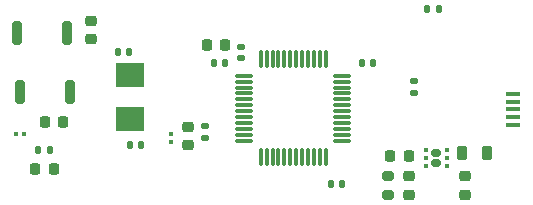
<source format=gbr>
%TF.GenerationSoftware,KiCad,Pcbnew,8.0.7*%
%TF.CreationDate,2025-01-11T18:27:58+02:00*%
%TF.ProjectId,STM32TrialPcb,53544d33-3254-4726-9961-6c5063622e6b,rev?*%
%TF.SameCoordinates,Original*%
%TF.FileFunction,Paste,Top*%
%TF.FilePolarity,Positive*%
%FSLAX46Y46*%
G04 Gerber Fmt 4.6, Leading zero omitted, Abs format (unit mm)*
G04 Created by KiCad (PCBNEW 8.0.7) date 2025-01-11 18:27:58*
%MOMM*%
%LPD*%
G01*
G04 APERTURE LIST*
G04 Aperture macros list*
%AMRoundRect*
0 Rectangle with rounded corners*
0 $1 Rounding radius*
0 $2 $3 $4 $5 $6 $7 $8 $9 X,Y pos of 4 corners*
0 Add a 4 corners polygon primitive as box body*
4,1,4,$2,$3,$4,$5,$6,$7,$8,$9,$2,$3,0*
0 Add four circle primitives for the rounded corners*
1,1,$1+$1,$2,$3*
1,1,$1+$1,$4,$5*
1,1,$1+$1,$6,$7*
1,1,$1+$1,$8,$9*
0 Add four rect primitives between the rounded corners*
20,1,$1+$1,$2,$3,$4,$5,0*
20,1,$1+$1,$4,$5,$6,$7,0*
20,1,$1+$1,$6,$7,$8,$9,0*
20,1,$1+$1,$8,$9,$2,$3,0*%
G04 Aperture macros list end*
%ADD10RoundRect,0.200000X-0.200000X-0.800000X0.200000X-0.800000X0.200000X0.800000X-0.200000X0.800000X0*%
%ADD11RoundRect,0.218750X-0.218750X-0.256250X0.218750X-0.256250X0.218750X0.256250X-0.218750X0.256250X0*%
%ADD12RoundRect,0.135000X0.135000X0.185000X-0.135000X0.185000X-0.135000X-0.185000X0.135000X-0.185000X0*%
%ADD13RoundRect,0.140000X0.170000X-0.140000X0.170000X0.140000X-0.170000X0.140000X-0.170000X-0.140000X0*%
%ADD14RoundRect,0.079500X0.100500X-0.079500X0.100500X0.079500X-0.100500X0.079500X-0.100500X-0.079500X0*%
%ADD15RoundRect,0.135000X-0.135000X-0.185000X0.135000X-0.185000X0.135000X0.185000X-0.135000X0.185000X0*%
%ADD16RoundRect,0.225000X-0.250000X0.225000X-0.250000X-0.225000X0.250000X-0.225000X0.250000X0.225000X0*%
%ADD17RoundRect,0.218750X0.218750X0.381250X-0.218750X0.381250X-0.218750X-0.381250X0.218750X-0.381250X0*%
%ADD18RoundRect,0.075000X-0.662500X-0.075000X0.662500X-0.075000X0.662500X0.075000X-0.662500X0.075000X0*%
%ADD19RoundRect,0.075000X-0.075000X-0.662500X0.075000X-0.662500X0.075000X0.662500X-0.075000X0.662500X0*%
%ADD20R,2.400000X2.000000*%
%ADD21RoundRect,0.140000X-0.140000X-0.170000X0.140000X-0.170000X0.140000X0.170000X-0.140000X0.170000X0*%
%ADD22RoundRect,0.140000X-0.170000X0.140000X-0.170000X-0.140000X0.170000X-0.140000X0.170000X0.140000X0*%
%ADD23RoundRect,0.225000X0.225000X0.250000X-0.225000X0.250000X-0.225000X-0.250000X0.225000X-0.250000X0*%
%ADD24RoundRect,0.079500X-0.079500X-0.100500X0.079500X-0.100500X0.079500X0.100500X-0.079500X0.100500X0*%
%ADD25RoundRect,0.140000X0.140000X0.170000X-0.140000X0.170000X-0.140000X-0.170000X0.140000X-0.170000X0*%
%ADD26RoundRect,0.200000X-0.275000X0.200000X-0.275000X-0.200000X0.275000X-0.200000X0.275000X0.200000X0*%
%ADD27RoundRect,0.135000X-0.185000X0.135000X-0.185000X-0.135000X0.185000X-0.135000X0.185000X0.135000X0*%
%ADD28R,1.300000X0.450000*%
%ADD29RoundRect,0.160000X-0.245000X-0.160000X0.245000X-0.160000X0.245000X0.160000X-0.245000X0.160000X0*%
%ADD30RoundRect,0.093750X-0.093750X-0.106250X0.093750X-0.106250X0.093750X0.106250X-0.093750X0.106250X0*%
%ADD31RoundRect,0.225000X0.250000X-0.225000X0.250000X0.225000X-0.250000X0.225000X-0.250000X-0.225000X0*%
G04 APERTURE END LIST*
D10*
%TO.C,SW2*%
X132152500Y-88392499D03*
X127952500Y-88392499D03*
%TD*%
D11*
%TO.C,D1*%
X159517500Y-98782499D03*
X161092500Y-98782499D03*
%TD*%
D12*
%TO.C,R4*%
X162590000Y-86300000D03*
X163610000Y-86300000D03*
%TD*%
D13*
%TO.C,C5*%
X146860000Y-90510000D03*
X146860000Y-89550000D03*
%TD*%
D14*
%TO.C,L1*%
X140920000Y-97585000D03*
X140920000Y-96895000D03*
%TD*%
D15*
%TO.C,R3*%
X129710000Y-98280000D03*
X130730000Y-98280000D03*
%TD*%
D11*
%TO.C,D2*%
X129477500Y-99892499D03*
X131052500Y-99892499D03*
%TD*%
D10*
%TO.C,SW1*%
X132380000Y-93380000D03*
X128180000Y-93380000D03*
%TD*%
D16*
%TO.C,C8*%
X165805000Y-100507499D03*
X165805000Y-102057499D03*
%TD*%
%TO.C,C1*%
X142390000Y-96315000D03*
X142390000Y-97865000D03*
%TD*%
D17*
%TO.C,FB1*%
X167722500Y-98480000D03*
X165597500Y-98480000D03*
%TD*%
D18*
%TO.C,U2*%
X147140000Y-91979999D03*
X147140000Y-92479999D03*
X147140000Y-92979999D03*
X147140000Y-93480000D03*
X147140000Y-93979999D03*
X147140000Y-94479999D03*
X147140000Y-94979999D03*
X147140000Y-95479999D03*
X147140000Y-95979998D03*
X147140000Y-96479999D03*
X147140000Y-96979999D03*
X147140000Y-97479999D03*
D19*
X148552500Y-98892499D03*
X149052500Y-98892499D03*
X149552500Y-98892499D03*
X150052501Y-98892499D03*
X150552500Y-98892499D03*
X151052500Y-98892499D03*
X151552500Y-98892499D03*
X152052500Y-98892499D03*
X152552499Y-98892499D03*
X153052500Y-98892499D03*
X153552500Y-98892499D03*
X154052500Y-98892499D03*
D18*
X155465000Y-97479999D03*
X155465000Y-96979999D03*
X155465000Y-96479999D03*
X155465000Y-95979998D03*
X155465000Y-95479999D03*
X155465000Y-94979999D03*
X155465000Y-94479999D03*
X155465000Y-93979999D03*
X155465000Y-93480000D03*
X155465000Y-92979999D03*
X155465000Y-92479999D03*
X155465000Y-91979999D03*
D19*
X154052500Y-90567499D03*
X153552500Y-90567499D03*
X153052500Y-90567499D03*
X152552499Y-90567499D03*
X152052500Y-90567499D03*
X151552500Y-90567499D03*
X151052500Y-90567499D03*
X150552500Y-90567499D03*
X150052501Y-90567499D03*
X149552500Y-90567499D03*
X149052500Y-90567499D03*
X148552500Y-90567499D03*
%TD*%
D20*
%TO.C,Y1*%
X137490000Y-95654999D03*
X137490000Y-91954999D03*
%TD*%
D16*
%TO.C,C9*%
X161070000Y-100500000D03*
X161070000Y-102050000D03*
%TD*%
D21*
%TO.C,C7*%
X157092500Y-90892499D03*
X158052500Y-90892499D03*
%TD*%
D22*
%TO.C,C2*%
X143840000Y-97230000D03*
X143840000Y-96270000D03*
%TD*%
D23*
%TO.C,C3*%
X145555000Y-89410000D03*
X144005000Y-89410000D03*
%TD*%
D24*
%TO.C,R2*%
X127815000Y-96950000D03*
X128505000Y-96950000D03*
%TD*%
D23*
%TO.C,C10*%
X131827500Y-95892499D03*
X130277500Y-95892499D03*
%TD*%
D25*
%TO.C,C4*%
X145532500Y-90892499D03*
X144572500Y-90892499D03*
%TD*%
%TO.C,C12*%
X137400000Y-89980000D03*
X136440000Y-89980000D03*
%TD*%
D26*
%TO.C,R1*%
X159305000Y-100457499D03*
X159305000Y-102107499D03*
%TD*%
D21*
%TO.C,C6*%
X154510000Y-101110000D03*
X155470000Y-101110000D03*
%TD*%
D27*
%TO.C,R5*%
X161552500Y-92382499D03*
X161552500Y-93402499D03*
%TD*%
D21*
%TO.C,C13*%
X137490000Y-97804999D03*
X138450000Y-97804999D03*
%TD*%
D28*
%TO.C,J1*%
X169890000Y-96125000D03*
X169890000Y-95475000D03*
X169890000Y-94825000D03*
X169890000Y-94175000D03*
X169890000Y-93525000D03*
%TD*%
D29*
%TO.C,U1*%
X163417500Y-98532499D03*
X163417500Y-99332499D03*
D30*
X162530000Y-98282499D03*
X162530000Y-98932499D03*
X162530000Y-99582499D03*
X164305000Y-99582499D03*
X164305000Y-98932499D03*
X164305000Y-98282499D03*
%TD*%
D31*
%TO.C,C11*%
X134160000Y-88905000D03*
X134160000Y-87355000D03*
%TD*%
M02*

</source>
